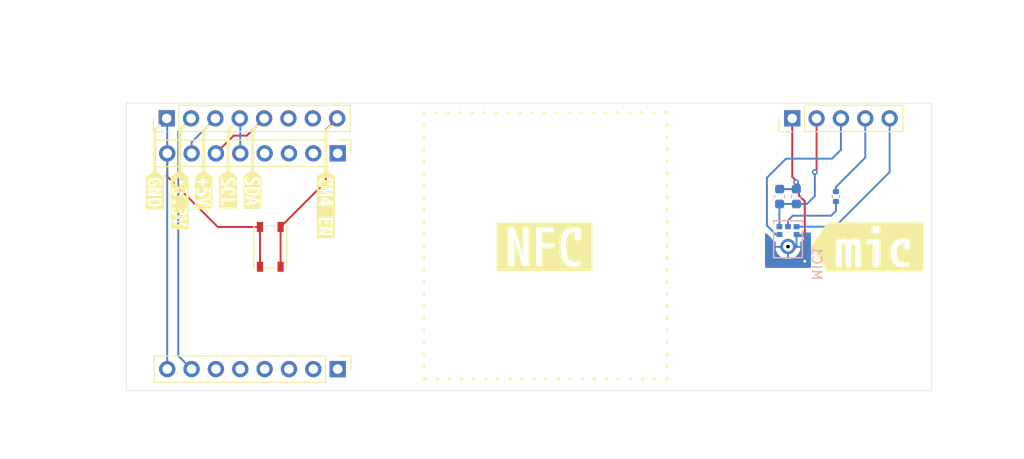
<source format=kicad_pcb>
(kicad_pcb (version 20241229) (generator "pcbnew") (generator_version "9.0")
  (layers (0 "F.Cu" signal) (2 "B.Cu" signal) (13 "F.Paste" user) (15 "B.Paste" user) (5 "F.SilkS" user "F.Silkscreen") (7 "B.SilkS" user "B.Silkscreen") (1 "F.Mask" user) (3 "B.Mask" user) (25 "Edge.Cuts" user))
  (net 0 "")
  (net 1 "+3.3V")
  (net 2 "/MIC_WS")
  (net 3 "/MIC_DATA")
  (net 4 "/MIC_CLK")
  (net 5 "GND")
  (net 6 "/CM4_EN")
  (net 8 "/SDA1")
  (net 11 "/SCL1")
  (net 13 "+5V")
  (net 22 "Net-(MIC1-DATA_OUT)")
  (footprint "kibuzzard-68AEE235" (layer "F.Cu") (at 78.05 69.05 -90)
    (property "Reference" "kibuzzard-68AEE235" (hide yes))
    (property "Value" "G***" (hide yes))
    (fp_poly (pts (xy -1.256621 -0.931507) (xy -1.427854 -0.931507) (xy -2.048858 0) (xy -1.427854 0.931507) (xy -1.256621 0.931507) (xy -0.703881 0.931507) (xy -0.703881 0.636986) (xy -0.923744 0.636986) (xy -0.923744 0.205479) (xy -1.256621 0.205479) (xy -1.256621 0.034932) (xy -0.923744 0.034932) (xy -0.923744 -0.390411) (xy -0.703881 -0.390411) (xy -0.703881 0.034932) (xy -0.373059 0.034932) (xy -0.373059 0.205479) (xy -0.703881 0.205479) (xy -0.703881 0.636986) (xy -0.703881 0.931507) (xy 0.150913 0.931507) (xy 0.150913 0.760274) (xy -0.001655 0.744863) (xy -0.142922 0.69863) (xy -0.142922 0.503425) (xy -0.002683 0.561986) (xy 0.134475 0.581507) (xy 0.239269 0.563784) (xy 0.311187 0.510616) (xy 0.352797 0.413271) (xy 0.366667 0.263014) (xy 0.356906 0.120462) (xy 0.327626 0.025685) (xy 0.206393 -0.045205) (xy 0.127797 -0.024658) (xy 0.056393 0.036986) (xy -0.132648 0.036986) (xy -0.1121 -0.760274) (xy 0.555708 -0.760274) (xy 0.555708 -0.583562) (xy 0.097489 -0.583562) (xy 0.083105 -0.168493) (xy 0.087215 -0.168493) (xy 0.170434 -0.207021) (xy 0.268037 -0.219863) (xy 0.386393 -0.200548) (xy 0.478447 -0.142603) (xy 0.544201 -0.046027) (xy 0.583653 0.089178) (xy 0.596804 0.263014) (xy 0.584932 0.424201) (xy 0.549315 0.551598) (xy 0.489954 0.645205) (xy 0.404795 0.709132) (xy 0.291781 0.747489) (xy 0.150913 0.760274) (xy 0.150913 0.931507) (xy 1.371461 0.931507) (xy 1.371461 0.739726) (xy 1.104338 0.739726) (xy 0.771461 -0.760274) (xy 1.007763 -0.760274) (xy 1.242009 0.534247) (xy 1.244064 0.534247) (xy 1.478311 -0.760274) (xy 1.706393 -0.760274) (xy 1.371461 0.739726) (xy 1.371461 0.931507) (xy 1.706393 0.931507) (xy 2.048858 0.931507) (xy 2.048858 -0.931507) (xy 1.706393 -0.931507) (xy -1.256621 -0.931507)) (fill yes) (layer "F.SilkS"))
  )
  (footprint "kibuzzard-68ADC165" (layer "F.Cu") (at 147.25 75)
    (property "Reference" "kibuzzard-68ADC165" (hide yes))
    (property "Value" "G***" (hide yes))
    (fp_poly (pts (xy -4.14414 -2.56621) (xy -4.144597 -2.56621) (xy -5.855403 0) (xy -4.144597 2.56621) (xy -4.14414 2.56621) (xy -0.693227 2.56621) (xy -0.693227 2.054795) (xy -1.246651 2.054795) (xy -1.246651 -0.136986) (xy -1.290487 -0.345205) (xy -1.443912 -0.4) (xy -1.668569 -0.323288) (xy -1.668569 2.054795) (xy -2.216514 2.054795) (xy -2.216514 -0.136986) (xy -2.26035 -0.342466) (xy -2.419254 -0.4) (xy -2.638432 -0.323288) (xy -2.638432 2.054795) (xy -3.213775 2.054795) (xy -3.213775 -0.641096) (xy -2.850761 -0.79726) (xy -2.441172 -0.849315) (xy -2.16309 -0.815068) (xy -1.953501 -0.712329) (xy -1.697336 -0.815068) (xy -1.411035 -0.849315) (xy -1.061035 -0.810274) (xy -0.843912 -0.693151) (xy -0.730898 -0.462329) (xy -0.693227 -0.082192) (xy -0.693227 2.054795) (xy -0.693227 2.56621) (xy 1.279376 2.56621) (xy 1.279376 2.054795) (xy 0.665677 2.054795) (xy 0.665677 -0.350685) (xy -0.06309 -0.350685) (xy -0.06309 -0.794521) (xy 0.556088 -0.794521) (xy 0.556088 -1.424658) (xy 0.556088 -2.109589) (xy 1.279376 -2.109589) (xy 1.279376 -1.424658) (xy 0.556088 -1.424658) (xy 0.556088 -0.794521) (xy 1.279376 -0.794521) (xy 1.279376 2.054795) (xy 1.279376 2.56621) (xy 3.767047 2.56621) (xy 3.767047 2.109589) (xy 3.385312 2.068189) (xy 3.065677 1.943988) (xy 2.808143 1.736986) (xy 2.619406 1.448402) (xy 2.506164 1.079452) (xy 2.468417 0.630137) (xy 2.494696 0.237629) (xy 2.573533 -0.094493) (xy 2.704928 -0.366229) (xy 2.888881 -0.577579) (xy 3.125392 -0.728543) (xy 3.414461 -0.819122) (xy 3.756088 -0.849315) (xy 4.131431 -0.821918) (xy 4.468417 -0.739726) (xy 4.468417 0.246575) (xy 3.893075 0.246575) (xy 3.893075 -0.383562) (xy 3.745129 -0.4) (xy 3.467047 -0.334932) (xy 3.257458 -0.139726) (xy 3.125951 0.182877) (xy 3.082116 0.630137) (xy 3.132801 1.090411) (xy 3.284855 1.419178) (xy 3.524581 1.616438) (xy 3.83828 1.682192) (xy 4.13417 1.642466) (xy 4.44102 1.523288) (xy 4.44102 1.972603) (xy 4.110883 2.075342) (xy 3.767047 2.109589) (xy 3.767047 2.56621) (xy 5.398782 2.56621) (xy 5.855403 2.56621) (xy 5.855403 -2.56621) (xy 5.398782 -2.56621) (xy -4.14414 -2.56621)) (fill yes) (layer "F.SilkS"))
  )
  (footprint "Connector_PinHeader_2.54mm:PinHeader_1x08_P2.54mm_Vertical" (layer "F.Cu") (at 74.195 61.6 90)
    (property "Reference" "J4" (hide yes))
    (property "Value" "NFC, button" (hide yes))
    (fp_line (start -1.38 -1.38) (end 0 -1.38) (stroke (width 0.12)) (layer "F.SilkS"))
    (fp_line (start -1.38 0) (end -1.38 -1.38) (stroke (width 0.12)) (layer "F.SilkS"))
    (fp_line (start 1.38 1.27) (end 1.38 19.16) (stroke (width 0.12)) (layer "F.SilkS"))
    (fp_line (start -1.38 1.27) (end 1.38 1.27) (stroke (width 0.12)) (layer "F.SilkS"))
    (fp_line (start -1.38 1.27) (end -1.38 19.16) (stroke (width 0.12)) (layer "F.SilkS"))
    (fp_line (start -1.38 19.16) (end 1.38 19.16) (stroke (width 0.12)) (layer "F.SilkS"))
    (pad "1" thru_hole rect (at 0 0 90) (size 1.7 1.7) (drill 1) (layers "*.Cu" "*.Mask") (net 5 "GND"))
    (pad "2" thru_hole circle (at 0 2.54 90) (size 1.7 1.7) (drill 1) (layers "*.Cu" "*.Mask") (net 1 "+3.3V"))
    (pad "3" thru_hole circle (at 0 5.08 90) (size 1.7 1.7) (drill 1) (layers "*.Cu" "*.Mask") (net 13 "+5V"))
    (pad "4" thru_hole circle (at 0 7.62 90) (size 1.7 1.7) (drill 1) (layers "*.Cu" "*.Mask") (net 11 "/SCL1"))
    (pad "5" thru_hole circle (at 0 10.16 90) (size 1.7 1.7) (drill 1) (layers "*.Cu" "*.Mask") (net 8 "/SDA1"))
    (pad "6" thru_hole circle (at 0 12.7 90) (size 1.7 1.7) (drill 1) (layers "*.Cu" "*.Mask"))
    (pad "7" thru_hole circle (at 0 15.24 90) (size 1.7 1.7) (drill 1) (layers "*.Cu" "*.Mask"))
    (pad "8" thru_hole circle (at 0 17.78 90) (size 1.7 1.7) (drill 1) (layers "*.Cu" "*.Mask") (net 6 "/CM4_EN"))
  )
  (footprint "kibuzzard-68AEE2D0" (layer "F.Cu") (at 83.15 69 -90)
    (property "Reference" "kibuzzard-68AEE2D0" (hide yes))
    (property "Value" "G***" (hide yes))
    (fp_poly (pts (xy 1.06153 0.180822) (xy 1.343037 0.180822) (xy 1.203311 -0.523973) (xy 1.201256 -0.523973) (xy 1.06153 0.180822)) (fill yes) (layer "F.SilkS"))
    (fp_poly (pts (xy 0.095776 -0.591781) (xy 0.003311 -0.573288) (xy 0.003311 0.575342) (xy 0.095776 0.593836) (xy 0.239355 0.560959) (xy 0.337215 0.462329) (xy 0.378881 0.350228) (xy 0.403881 0.189269) (xy 0.412215 -0.020548) (xy 0.403767 -0.210502) (xy 0.378425 -0.358447) (xy 0.336187 -0.464384) (xy 0.238071 -0.559932) (xy 0.095776 -0.591781)) (fill yes) (layer "F.SilkS"))
    (fp_poly (pts (xy -1.237785 -0.941781) (xy -1.409018 -0.941781) (xy -2.036872 0) (xy -1.409018 0.941781) (xy -1.237785 0.941781) (xy -0.878196 0.941781) (xy -0.878196 0.770548) (xy -1.005594 0.759589) (xy -1.122032 0.726712) (xy -1.227511 0.671918) (xy -1.227511 0.458219) (xy -1.119064 0.53242) (xy -1.00468 0.576941) (xy -0.884361 0.591781) (xy -0.792922 0.577654) (xy -0.724087 0.535274) (xy -0.680936 0.465668) (xy -0.666553 0.369863) (xy -0.677597 0.278425) (xy -0.710731 0.205479) (xy -0.769549 0.145377) (xy -0.857648 0.092466) (xy -0.983562 0.026712) (xy -1.081849 -0.041781) (xy -1.152511 -0.113014) (xy -1.216467 -0.234247) (xy -1.237785 -0.380137) (xy -1.210816 -0.544521) (xy -1.129909 -0.667808) (xy -1.047831 -0.724886) (xy -0.945434 -0.759132) (xy -0.822717 -0.770548) (xy -0.703082 -0.763699) (xy -0.588014 -0.743151) (xy -0.477511 -0.708904) (xy -0.477511 -0.503425) (xy -0.636244 -0.569692) (xy -0.796005 -0.591781) (xy -0.885902 -0.578425) (xy -0.954224 -0.538356) (xy -0.997374 -0.474658) (xy -1.011758 -0.390411) (xy -0.993493 -0.286073) (xy -0.938699 -0.203196) (xy -0.847374 -0.141781) (xy -0.70742 -0.071233) (xy -0.599886 0.000685) (xy -0.524772 0.073973) (xy -0.458505 0.200856) (xy -0.436416 0.359589) (xy -0.454087 0.507534) (xy -0.5071 0.622603) (xy -0.595457 0.704795) (xy -0.719155 0.75411) (xy -0.878196 0.770548) (xy -0.878196 0.941781) (xy 0.095776 0.941781) (xy 0.095776 0.770548) (xy -0.072203 0.760274) (xy -0.226826 0.729452) (xy -0.226826 -0.729452) (xy -0.066039 -0.760274) (xy 0.095776 -0.770548) (xy 0.269635 -0.751941) (xy 0.407648 -0.696119) (xy 0.509817 -0.603082) (xy 0.565104 -0.503874) (xy 0.604595 -0.373716) (xy 0.628289 -0.212607) (xy 0.636187 -0.020548) (xy 0.629452 0.165525) (xy 0.609247 0.323744) (xy 0.575571 0.45411) (xy 0.501341 0.602825) (xy 0.399886 0.699658) (xy 0.266324 0.752825) (xy 0.095776 0.770548) (xy 0.095776 0.941781) (xy 0.718379 0.941781) (xy 0.718379 0.75) (xy 1.071804 -0.75) (xy 1.338927 -0.75) (xy 1.694406 0.75) (xy 1.45605 0.75) (xy 1.377968 0.355479) (xy 1.026598 0.355479) (xy 0.948516 0.75) (xy 0.718379 0.75) (xy 0.718379 0.941781) (xy 1.694406 0.941781) (xy 2.036872 0.941781) (xy 2.036872 -0.941781) (xy 1.694406 -0.941781) (xy -1.237785 -0.941781)) (fill yes) (layer "F.SilkS"))
  )
  (footprint "Connector_PinHeader_2.54mm:PinHeader_1x05_P2.54mm_Vertical" (layer "F.Cu") (at 139.44 61.6 90)
    (property "Reference" "J3" (hide yes))
    (property "Value" "Mic" (hide yes))
    (fp_line (start -1.38 -1.38) (end 0 -1.38) (stroke (width 0.12)) (layer "F.SilkS"))
    (fp_line (start -1.38 0) (end -1.38 -1.38) (stroke (width 0.12)) (layer "F.SilkS"))
    (fp_line (start 1.38 1.27) (end 1.38 11.54) (stroke (width 0.12)) (layer "F.SilkS"))
    (fp_line (start -1.38 1.27) (end 1.38 1.27) (stroke (width 0.12)) (layer "F.SilkS"))
    (fp_line (start -1.38 1.27) (end -1.38 11.54) (stroke (width 0.12)) (layer "F.SilkS"))
    (fp_line (start -1.38 11.54) (end 1.38 11.54) (stroke (width 0.12)) (layer "F.SilkS"))
    (pad "1" thru_hole rect (at 0 0 90) (size 1.7 1.7) (drill 1) (layers "*.Cu" "*.Mask") (net 5 "GND"))
    (pad "2" thru_hole circle (at 0 2.54 90) (size 1.7 1.7) (drill 1) (layers "*.Cu" "*.Mask") (net 1 "+3.3V"))
    (pad "3" thru_hole circle (at 0 5.08 90) (size 1.7 1.7) (drill 1) (layers "*.Cu" "*.Mask") (net 4 "/MIC_CLK"))
    (pad "4" thru_hole circle (at 0 7.62 90) (size 1.7 1.7) (drill 1) (layers "*.Cu" "*.Mask") (net 3 "/MIC_DATA"))
    (pad "5" thru_hole circle (at 0 10.16 90) (size 1.7 1.7) (drill 1) (layers "*.Cu" "*.Mask") (net 2 "/MIC_WS"))
  )
  (footprint "kibuzzard-68AEE2C2" (layer "F.Cu") (at 80.6 69 -90)
    (property "Reference" "kibuzzard-68AEE2C2" (hide yes))
    (property "Value" "G***" (hide yes))
    (fp_poly (pts (xy -1.189498 -0.941781) (xy -1.360731 -0.941781) (xy -1.988584 0) (xy -1.360731 0.941781) (xy -1.189498 0.941781) (xy -0.829909 0.941781) (xy -0.829909 0.770548) (xy -0.957306 0.759589) (xy -1.073744 0.726712) (xy -1.179224 0.671918) (xy -1.179224 0.458219) (xy -1.070776 0.53242) (xy -0.956393 0.576941) (xy -0.836073 0.591781) (xy -0.744635 0.577654) (xy -0.675799 0.535274) (xy -0.632648 0.465668) (xy -0.618265 0.369863) (xy -0.629309 0.278425) (xy -0.662443 0.205479) (xy -0.721261 0.145377) (xy -0.809361 0.092466) (xy -0.935274 0.026712) (xy -1.033562 -0.041781) (xy -1.104224 -0.113014) (xy -1.168179 -0.234247) (xy -1.189498 -0.380137) (xy -1.162529 -0.544521) (xy -1.081621 -0.667808) (xy -0.999543 -0.724886) (xy -0.897146 -0.759132) (xy -0.774429 -0.770548) (xy -0.654795 -0.763699) (xy -0.539726 -0.743151) (xy -0.429224 -0.708904) (xy -0.429224 -0.503425) (xy -0.587957 -0.569692) (xy -0.747717 -0.591781) (xy -0.837614 -0.578425) (xy -0.905936 -0.538356) (xy -0.949087 -0.474658) (xy -0.96347 -0.390411) (xy -0.945205 -0.286073) (xy -0.890411 -0.203196) (xy -0.799087 -0.141781) (xy -0.659132 -0.071233) (xy -0.551598 0.000685) (xy -0.476484 0.073973) (xy -0.410217 0.200856) (xy -0.388128 0.359589) (xy -0.405799 0.507534) (xy -0.458813 0.622603) (xy -0.547169 0.704795) (xy -0.670868 0.75411) (xy -0.829909 0.770548) (xy -0.829909 0.941781) (xy 0.326941 0.941781) (xy 0.326941 0.770548) (xy 0.205098 0.758187) (xy 0.099501 0.721104) (xy 0.010149 0.6593) (xy -0.062957 0.572774) (xy -0.119817 0.461526) (xy -0.160431 0.325557) (xy -0.1848 0.164865) (xy -0.192922 -0.020548) (xy -0.184896 -0.196329) (xy -0.160816 -0.348673) (xy -0.120684 -0.477579) (xy -0.064498 -0.583048) (xy 0.007741 -0.665079) (xy 0.096033 -0.723673) (xy 0.200378 -0.758829) (xy 0.320776 -0.770548) (xy 0.46718 -0.759247) (xy 0.598174 -0.725342) (xy 0.598174 -0.260959) (xy 0.378311 -0.260959) (xy 0.378311 -0.581507) (xy 0.33105 -0.589726) (xy 0.240011 -0.573916) (xy 0.165525 -0.526484) (xy 0.107591 -0.447432) (xy 0.06621 -0.336758) (xy 0.041381 -0.194463) (xy 0.033105 -0.020548) (xy 0.042237 0.16718) (xy 0.069635 0.320776) (xy 0.115297 0.44024) (xy 0.179224 0.525571) (xy 0.261416 0.576769) (xy 0.361872 0.593836) (xy 0.470776 0.577911) (xy 0.5879 0.530137) (xy 0.5879 0.719178) (xy 0.464098 0.757705) (xy 0.326941 0.770548) (xy 0.326941 0.941781) (xy 1.646119 0.941781) (xy 1.646119 0.75) (xy 0.937215 0.75) (xy 0.937215 -0.75) (xy 1.167352 -0.75) (xy 1.167352 0.571233) (xy 1.646119 0.571233) (xy 1.646119 0.75) (xy 1.646119 0.941781) (xy 1.988584 0.941781) (xy 1.988584 -0.941781) (xy 1.646119 -0.941781) (xy -1.189498 -0.941781)) (fill yes) (layer "F.SilkS"))
  )
  (footprint "Connector_PinHeader_2.54mm:PinHeader_1x08_P2.54mm_Vertical" (layer "F.Cu") (at 92.03 87.75 -90)
    (property "Reference" "J2" (hide yes))
    (property "Value" "Right, 3v" (hide yes))
    (fp_line (start -1.38 19.16) (end 1.38 19.16) (stroke (width 0.12)) (layer "F.SilkS"))
    (fp_line (start -1.38 1.27) (end -1.38 19.16) (stroke (width 0.12)) (layer "F.SilkS"))
    (fp_line (start -1.38 1.27) (end 1.38 1.27) (stroke (width 0.12)) (layer "F.SilkS"))
    (fp_line (start 1.38 1.27) (end 1.38 19.16) (stroke (width 0.12)) (layer "F.SilkS"))
    (fp_line (start -1.38 0) (end -1.38 -1.38) (stroke (width 0.12)) (layer "F.SilkS"))
    (fp_line (start -1.38 -1.38) (end 0 -1.38) (stroke (width 0.12)) (layer "F.SilkS"))
    (pad "1" thru_hole rect (at 0 0 270) (size 1.7 1.7) (drill 1) (layers "*.Cu" "*.Mask"))
    (pad "2" thru_hole circle (at 0 2.54 270) (size 1.7 1.7) (drill 1) (layers "*.Cu" "*.Mask"))
    (pad "3" thru_hole circle (at 0 5.08 270) (size 1.7 1.7) (drill 1) (layers "*.Cu" "*.Mask"))
    (pad "4" thru_hole circle (at 0 7.62 270) (size 1.7 1.7) (drill 1) (layers "*.Cu" "*.Mask"))
    (pad "5" thru_hole circle (at 0 10.16 270) (size 1.7 1.7) (drill 1) (layers "*.Cu" "*.Mask"))
    (pad "6" thru_hole circle (at 0 12.7 270) (size 1.7 1.7) (drill 1) (layers "*.Cu" "*.Mask"))
    (pad "7" thru_hole circle (at 0 15.24 270) (size 1.7 1.7) (drill 1) (layers "*.Cu" "*.Mask") (net 1 "+3.3V"))
    (pad "8" thru_hole circle (at 0 17.78 270) (size 1.7 1.7) (drill 1) (layers "*.Cu" "*.Mask") (net 5 "GND"))
  )
  (footprint "kibuzzard-68AEE211" (layer "F.Cu") (at 72.969178 69.071804 -90)
    (property "Reference" "kibuzzard-68AEE211" (hide yes))
    (property "Value" "G***" (hide yes))
    (fp_poly (pts (xy 1.164269 -0.591781) (xy 1.071804 -0.573288) (xy 1.071804 0.575342) (xy 1.164269 0.593836) (xy 1.307848 0.560959) (xy 1.405708 0.462329) (xy 1.447374 0.350228) (xy 1.472374 0.189269) (xy 1.480708 -0.020548) (xy 1.47226 -0.210502) (xy 1.446918 -0.358447) (xy 1.40468 -0.464384) (xy 1.306564 -0.559932) (xy 1.164269 -0.591781)) (fill yes) (layer "F.SilkS"))
    (fp_poly (pts (xy -1.248059 -0.941781) (xy -1.419292 -0.941781) (xy -2.047146 0) (xy -1.419292 0.941781) (xy -1.248059 0.941781) (xy -0.734361 0.941781) (xy -0.734361 0.770548) (xy -0.854759 0.758348) (xy -0.959104 0.721747) (xy -1.047396 0.660745) (xy -1.119635 0.575342) (xy -1.17582 0.465539) (xy -1.215953 0.331336) (xy -1.240033 0.172731) (xy -1.248059 -0.010274) (xy -1.239391 -0.194307) (xy -1.213385 -0.351884) (xy -1.170041 -0.483005) (xy -1.109361 -0.587671) (xy -1.001484 -0.689269) (xy -0.862785 -0.750228) (xy -0.693265 -0.770548) (xy -0.562272 -0.759247) (xy -0.436416 -0.725342) (xy -0.436416 -0.540411) (xy -0.567409 -0.577397) (xy -0.693265 -0.589726) (xy -0.839669 -0.557106) (xy -0.941895 -0.459247) (xy -0.986416 -0.35137) (xy -1.013128 -0.201712) (xy -1.022032 -0.010274) (xy -1.013584 0.185616) (xy -0.988242 0.340411) (xy -0.946005 0.45411) (xy -0.853539 0.558904) (xy -0.728196 0.593836) (xy -0.604909 0.569178) (xy -0.604909 0.030822) (xy -0.863813 0.030822) (xy -0.863813 -0.143836) (xy -0.385046 -0.143836) (xy -0.385046 0.69863) (xy -0.495091 0.738584) (xy -0.61153 0.762557) (xy -0.734361 0.770548) (xy -0.734361 0.941781) (xy -0.169292 0.941781) (xy -0.169292 0.75) (xy -0.169292 -0.75) (xy 0.069064 -0.75) (xy 0.389612 0.339041) (xy 0.395776 0.339041) (xy 0.395776 -0.75) (xy 0.61153 -0.75) (xy 0.61153 0.75) (xy 0.381393 0.75) (xy 0.060845 -0.339041) (xy 0.056735 -0.339041) (xy 0.056735 0.75) (xy -0.169292 0.75) (xy -0.169292 0.941781) (xy 1.164269 0.941781) (xy 1.164269 0.770548) (xy 0.99629 0.760274) (xy 0.841667 0.729452) (xy 0.841667 -0.729452) (xy 1.002454 -0.760274) (xy 1.164269 -0.770548) (xy 1.338128 -0.751941) (xy 1.476142 -0.696119) (xy 1.578311 -0.603082) (xy 1.633597 -0.503874) (xy 1.673088 -0.373716) (xy 1.696782 -0.212607) (xy 1.70468 -0.020548) (xy 1.697945 0.165525) (xy 1.67774 0.323744) (xy 1.644064 0.45411) (xy 1.569834 0.602825) (xy 1.468379 0.699658) (xy 1.334817 0.752825) (xy 1.164269 0.770548) (xy 1.164269 0.941781) (xy 1.70468 0.941781) (xy 2.047146 0.941781) (xy 2.047146 -0.941781) (xy 1.70468 -0.941781) (xy -1.248059 -0.941781)) (fill yes) (layer "F.SilkS"))
  )
  (footprint "Connector_PinHeader_2.54mm:PinHeader_1x08_P2.54mm_Vertical" (layer "F.Cu") (at 92.03 65.25 -90)
    (property "Reference" "J1" (hide yes))
    (property "Value" "Left, i2c" (hide yes))
    (fp_line (start -1.38 19.16) (end 1.38 19.16) (stroke (width 0.12)) (layer "F.SilkS"))
    (fp_line (start -1.38 1.27) (end -1.38 19.16) (stroke (width 0.12)) (layer "F.SilkS"))
    (fp_line (start -1.38 1.27) (end 1.38 1.27) (stroke (width 0.12)) (layer "F.SilkS"))
    (fp_line (start 1.38 1.27) (end 1.38 19.16) (stroke (width 0.12)) (layer "F.SilkS"))
    (fp_line (start -1.38 0) (end -1.38 -1.38) (stroke (width 0.12)) (layer "F.SilkS"))
    (fp_line (start -1.38 -1.38) (end 0 -1.38) (stroke (width 0.12)) (layer "F.SilkS"))
    (pad "1" thru_hole rect (at 0 0 270) (size 1.7 1.7) (drill 1) (layers "*.Cu" "*.Mask"))
    (pad "2" thru_hole circle (at 0 2.54 270) (size 1.7 1.7) (drill 1) (layers "*.Cu" "*.Mask"))
    (pad "3" thru_hole circle (at 0 5.08 270) (size 1.7 1.7) (drill 1) (layers "*.Cu" "*.Mask"))
    (pad "4" thru_hole circle (at 0 7.62 270) (size 1.7 1.7) (drill 1) (layers "*.Cu" "*.Mask"))
    (pad "5" thru_hole circle (at 0 10.16 270) (size 1.7 1.7) (drill 1) (layers "*.Cu" "*.Mask") (net 11 "/SCL1"))
    (pad "6" thru_hole circle (at 0 12.7 270) (size 1.7 1.7) (drill 1) (layers "*.Cu" "*.Mask") (net 8 "/SDA1"))
    (pad "7" thru_hole circle (at 0 15.24 270) (size 1.7 1.7) (drill 1) (layers "*.Cu" "*.Mask") (net 13 "+5V"))
    (pad "8" thru_hole circle (at 0 17.78 270) (size 1.7 1.7) (drill 1) (layers "*.Cu" "*.Mask") (net 5 "GND"))
  )
  (footprint "kibuzzard-68AEE21F" (layer "F.Cu") (at 75.55 70.1 -90)
    (property "Reference" "kibuzzard-68AEE21F" (hide yes))
    (property "Value" "G***" (hide yes))
    (fp_poly (pts (xy -2.280594 -0.941781) (xy -2.451826 -0.941781) (xy -3.07968 0) (xy -2.451826 0.941781) (xy -2.280594 0.941781) (xy -1.727854 0.941781) (xy -1.727854 0.64726) (xy -1.947717 0.64726) (xy -1.947717 0.215753) (xy -2.280594 0.215753) (xy -2.280594 0.045205) (xy -1.947717 0.045205) (xy -1.947717 -0.380137) (xy -1.727854 -0.380137) (xy -1.727854 0.045205) (xy -1.397032 0.045205) (xy -1.397032 0.215753) (xy -1.727854 0.215753) (xy -1.727854 0.64726) (xy -1.727854 0.941781) (xy -0.879224 0.941781) (xy -0.879224 0.770548) (xy -1.046689 0.75411) (xy -1.207991 0.704795) (xy -1.207991 0.507534) (xy -1.058505 0.570719) (xy -0.905936 0.591781) (xy -0.792666 0.574058) (xy -0.711758 0.52089) (xy -0.663213 0.432277) (xy -0.647032 0.308219) (xy -0.665525 0.186216) (xy -0.721005 0.103767) (xy -0.821689 0.056764) (xy -0.975799 0.041096) (xy -1.016895 0.041096) (xy -1.016895 -0.139726) (xy -0.975799 -0.139726) (xy -0.832477 -0.155137) (xy -0.735388 -0.20137) (xy -0.679909 -0.280993) (xy -0.661416 -0.396575) (xy -0.68516 -0.506164) (xy -0.756393 -0.571918) (xy -0.875114 -0.593836) (xy -1.019977 -0.57226) (xy -1.179224 -0.507534) (xy -1.179224 -0.69863) (xy -1.060502 -0.738584) (xy -0.945434 -0.762557) (xy -0.834018 -0.770548) (xy -0.665011 -0.747688) (xy -0.540183 -0.67911) (xy -0.463128 -0.569949) (xy -0.437443 -0.425342) (xy -0.452854 -0.293707) (xy -0.499087 -0.188527) (xy -0.576142 -0.109803) (xy -0.684018 -0.057534) (xy -0.684018 -0.055479) (xy -0.567152 -0.012842) (xy -0.483676 0.063699) (xy -0.43359 0.174144) (xy -0.416895 0.318493) (xy -0.429737 0.456621) (xy -0.468265 0.569635) (xy -0.532477 0.657534) (xy -0.622374 0.72032) (xy -0.737957 0.757991) (xy -0.879224 0.770548) (xy -0.879224 0.941781) (xy 0.055708 0.941781) (xy 0.055708 0.75) (xy 0.055708 0.400685) (xy 0.384475 0.400685) (xy 0.384475 0.75) (xy 0.055708 0.75) (xy 0.055708 0.941781) (xy 1.175571 0.941781) (xy 1.175571 0.770548) (xy 1.008105 0.75411) (xy 0.846804 0.704795) (xy 0.846804 0.507534) (xy 0.99629 0.570719) (xy 1.148858 0.591781) (xy 1.262129 0.574058) (xy 1.343037 0.52089) (xy 1.391581 0.432277) (xy 1.407763 0.308219) (xy 1.389269 0.186216) (xy 1.33379 0.103767) (xy 1.233105 0.056764) (xy 1.078995 0.041096) (xy 1.0379 0.041096) (xy 1.0379 -0.139726) (xy 1.078995 -0.139726) (xy 1.222317 -0.155137) (xy 1.319406 -0.20137) (xy 1.374886 -0.280993) (xy 1.393379 -0.396575) (xy 1.369635 -0.506164) (xy 1.298402 -0.571918) (xy 1.17968 -0.593836) (xy 1.034817 -0.57226) (xy 0.875571 -0.507534) (xy 0.875571 -0.69863) (xy 0.994292 -0.738584) (xy 1.109361 -0.762557) (xy 1.220776 -0.770548) (xy 1.389783 -0.747688) (xy 1.514612 -0.67911) (xy 1.591667 -0.569949) (xy 1.617352 -0.425342) (xy 1.601941 -0.293707) (xy 1.555708 -0.188527) (xy 1.478653 -0.109803) (xy 1.370776 -0.057534) (xy 1.370776 -0.055479) (xy 1.487643 -0.012842) (xy 1.571119 0.063699) (xy 1.621204 0.174144) (xy 1.6379 0.318493) (xy 1.625057 0.456621) (xy 1.58653 0.569635) (xy 1.522317 0.657534) (xy 1.43242 0.72032) (xy 1.316838 0.757991) (xy 1.175571 0.770548) (xy 1.175571 0.941781) (xy 2.402283 0.941781) (xy 2.402283 0.75) (xy 2.13516 0.75) (xy 1.802283 -0.75) (xy 2.038584 -0.75) (xy 2.272831 0.544521) (xy 2.274886 0.544521) (xy 2.509132 -0.75) (xy 2.737215 -0.75) (xy 2.402283 0.75) (xy 2.402283 0.941781) (xy 2.737215 0.941781) (xy 3.07968 0.941781) (xy 3.07968 -0.941781) (xy 2.737215 -0.941781) (xy -2.280594 -0.941781)) (fill yes) (layer "F.SilkS"))
  )
  (footprint "kibuzzard-68ADC191" (layer "F.Cu") (at 113.6 75)
    (property "Reference" "kibuzzard-68ADC191" (hide yes))
    (property "Value" "G***" (hide yes))
    (fp_poly (pts (xy -4.543379 -2.511416) (xy -5 -2.511416) (xy -5 2.511416) (xy -4.543379 2.511416) (xy -3.753425 2.511416) (xy -3.753425 2) (xy -3.753425 -2) (xy -3.117808 -2) (xy -2.263014 0.90411) (xy -2.246575 0.90411) (xy -2.246575 -2) (xy -1.671233 -2) (xy -1.671233 2) (xy -2.284932 2) (xy -3.139726 -0.90411) (xy -3.150685 -0.90411) (xy -3.150685 2) (xy -3.753425 2) (xy -3.753425 2.511416) (xy -0.252055 2.511416) (xy -0.252055 2) (xy -0.865753 2) (xy -0.865753 -2) (xy 0.99726 -2) (xy 0.99726 -1.523288) (xy -0.252055 -1.523288) (xy -0.252055 -0.383562) (xy 0.942466 -0.383562) (xy 0.942466 0.082192) (xy -0.252055 0.082192) (xy -0.252055 2) (xy -0.252055 2.511416) (xy 3.030137 2.511416) (xy 3.030137 2.054795) (xy 2.705223 2.021832) (xy 2.42363 1.922945) (xy 2.18536 1.758134) (xy 1.990411 1.527397) (xy 1.838784 1.230736) (xy 1.730479 0.868151) (xy 1.665497 0.43964) (xy 1.643836 -0.054795) (xy 1.66524 -0.523545) (xy 1.729452 -0.929795) (xy 1.836473 -1.273545) (xy 1.986301 -1.554795) (xy 2.178938 -1.773545) (xy 2.414384 -1.929795) (xy 2.692637 -2.023545) (xy 3.013699 -2.054795) (xy 3.40411 -2.024658) (xy 3.753425 -1.934247) (xy 3.753425 -0.69589) (xy 3.167123 -0.69589) (xy 3.167123 -1.550685) (xy 3.041096 -1.572603) (xy 2.798326 -1.530441) (xy 2.599696 -1.403957) (xy 2.445205 -1.193151) (xy 2.334855 -0.898021) (xy 2.268645 -0.518569) (xy 2.246575 -0.054795) (xy 2.270928 0.445814) (xy 2.343988 0.855403) (xy 2.465753 1.173973) (xy 2.636225 1.401522) (xy 2.855403 1.538052) (xy 3.123288 1.583562) (xy 3.413699 1.541096) (xy 3.726027 1.413699) (xy 3.726027 1.917808) (xy 3.39589 2.020548) (xy 3.030137 2.054795) (xy 3.030137 2.511416) (xy 4.543379 2.511416) (xy 5 2.511416) (xy 5 -2.511416) (xy 4.543379 -2.511416) (xy -4.543379 -2.511416)) (fill yes) (layer "F.SilkS"))
  )
  (footprint "kibuzzard-68AEE2DF" (layer "F.Cu") (at 90.8 70.55 -90)
    (property "Reference" "kibuzzard-68AEE2DF" (hide yes))
    (property "Value" "G***" (hide yes))
    (fp_poly (pts (xy -0.212443 0.240411) (xy -0.212443 -0.431507) (xy -0.216553 -0.431507) (xy -0.54121 0.234247) (xy -0.54121 0.240411) (xy -0.212443 0.240411)) (fill yes) (layer "F.SilkS"))
    (fp_poly (pts (xy -2.746005 -0.941781) (xy -2.917237 -0.941781) (xy -3.545091 0) (xy -2.917237 0.941781) (xy -2.746005 0.941781) (xy -2.226142 0.941781) (xy -2.226142 0.770548) (xy -2.347984 0.758187) (xy -2.453582 0.721104) (xy -2.542933 0.6593) (xy -2.616039 0.572774) (xy -2.672899 0.461526) (xy -2.713513 0.325557) (xy -2.737882 0.164865) (xy -2.746005 -0.020548) (xy -2.737978 -0.196329) (xy -2.713898 -0.348673) (xy -2.673766 -0.477579) (xy -2.61758 -0.583048) (xy -2.545341 -0.665079) (xy -2.457049 -0.723673) (xy -2.352704 -0.758829) (xy -2.232306 -0.770548) (xy -2.085902 -0.759247) (xy -1.954909 -0.725342) (xy -1.954909 -0.260959) (xy -2.174772 -0.260959) (xy -2.174772 -0.581507) (xy -2.222032 -0.589726) (xy -2.313071 -0.573916) (xy -2.387557 -0.526484) (xy -2.445491 -0.447432) (xy -2.486872 -0.336758) (xy -2.511701 -0.194463) (xy -2.519977 -0.020548) (xy -2.510845 0.16718) (xy -2.483447 0.320776) (xy -2.437785 0.44024) (xy -2.373858 0.525571) (xy -2.291667 0.576769) (xy -2.19121 0.593836) (xy -2.082306 0.577911) (xy -1.965183 0.530137) (xy -1.965183 0.719178) (xy -2.088984 0.757705) (xy -2.226142 0.770548) (xy -2.226142 0.941781) (xy -1.564498 0.941781) (xy -1.564498 0.75) (xy -1.765868 0.75) (xy -1.687785 -0.75) (xy -1.418607 -0.75) (xy -1.293265 0.205479) (xy -1.289155 0.205479) (xy -1.165868 -0.75) (xy -0.906963 -0.75) (xy -0.830936 0.75) (xy -1.050799 0.75) (xy -1.081621 -0.523973) (xy -1.083676 -0.523973) (xy -1.211073 0.400685) (xy -1.406279 0.400685) (xy -1.523402 -0.523973) (xy -1.529566 -0.523973) (xy -1.564498 0.75) (xy -1.564498 0.941781) (xy 0.013584 0.941781) (xy 0.013584 0.75) (xy -0.212443 0.75) (xy -0.212443 0.417123) (xy -0.722032 0.417123) (xy -0.722032 0.240411) (xy -0.235046 -0.75) (xy 0.013584 -0.75) (xy 0.013584 0.240411) (xy 0.182078 0.240411) (xy 0.182078 0.417123) (xy 0.013584 0.417123) (xy 0.013584 0.75) (xy 0.013584 0.941781) (xy 2.148516 0.941781) (xy 2.148516 0.75) (xy 1.429338 0.75) (xy 1.429338 -0.75) (xy 2.148516 -0.75) (xy 2.148516 -0.571233) (xy 1.659475 -0.571233) (xy 1.659475 -0.143836) (xy 2.127968 -0.143836) (xy 2.127968 0.030822) (xy 1.659475 0.030822) (xy 1.659475 0.571233) (xy 2.148516 0.571233) (xy 2.148516 0.75) (xy 2.148516 0.941781) (xy 2.421804 0.941781) (xy 2.421804 0.75) (xy 2.421804 -0.75) (xy 2.66016 -0.75) (xy 2.980708 0.339041) (xy 2.986872 0.339041) (xy 2.986872 -0.75) (xy 3.202626 -0.75) (xy 3.202626 0.75) (xy 2.972489 0.75) (xy 2.651941 -0.339041) (xy 2.647831 -0.339041) (xy 2.647831 0.75) (xy 2.421804 0.75) (xy 2.421804 0.941781) (xy 3.202626 0.941781) (xy 3.545091 0.941781) (xy 3.545091 -0.941781) (xy 3.202626 -0.941781) (xy -2.746005 -0.941781)) (fill yes) (layer "F.SilkS"))
  )
  (footprint "Button_Switch_SMD:SW_SPST_PTS810" (layer "F.Cu") (at 85 75 90)
    (property "Reference" "SW1" (hide yes))
    (property "Value" "RST" (hide yes))
    (fp_line (start 2.2 -1.7) (end -2.2 -1.7) (stroke (width 0.12)) (layer "F.SilkS"))
    (fp_line (start -2.2 -1.7) (end -2.2 -1.58) (stroke (width 0.12)) (layer "F.SilkS"))
    (fp_line (start 2.2 -1.58) (end 2.2 -1.7) (stroke (width 0.12)) (layer "F.SilkS"))
    (fp_line (start -2.2 -0.57) (end -2.2 0.57) (stroke (width 0.12)) (layer "F.SilkS"))
    (fp_line (start 2.2 0.57) (end 2.2 -0.57) (stroke (width 0.12)) (layer "F.SilkS"))
    (fp_line (start -2.2 1.58) (end -2.2 1.7) (stroke (width 0.12)) (layer "F.SilkS"))
    (fp_line (start 2.2 1.7) (end 2.2 1.58) (stroke (width 0.12)) (layer "F.SilkS"))
    (fp_line (start -2.2 1.7) (end 2.2 1.7) (stroke (width 0.12)) (layer "F.SilkS"))
    (pad "1" smd rect (at -2.075 -1.075 90) (size 1.05 0.65) (layers "F.Cu" "F.Mask" "F.Paste") (net 5 "GND"))
    (pad "1" smd rect (at 2.075 -1.075 90) (size 1.05 0.65) (layers "F.Cu" "F.Mask" "F.Paste") (net 5 "GND"))
    (pad "2" smd rect (at -2.075 1.075 90) (size 1.05 0.65) (layers "F.Cu" "F.Mask" "F.Paste") (net 6 "/CM4_EN"))
    (pad "2" smd rect (at 2.075 1.075 90) (size 1.05 0.65) (layers "F.Cu" "F.Mask" "F.Paste") (net 6 "/CM4_EN"))
  )
  (footprint "footprints:SPH0645LM4H-B_KNO" (layer "B.Cu") (at 139 74.203 90)
    (property "Reference" "MIC1" (at -2.5 3 270) (layer "B.SilkS") (effects (justify mirror)))
    (property "Value" "SPH0645LM4H-B")
    (fp_line (start 1.9304 -1.4986) (end 1.9304 1.4986) (stroke (width 0.1524)) (layer "B.SilkS"))
    (fp_line (start 1.733407 -1.4986) (end 1.9304 -1.4986) (stroke (width 0.1524)) (layer "B.SilkS"))
    (fp_line (start -1.9304 -1.4986) (end 0.887613 -1.4986) (stroke (width 0.1524)) (layer "B.SilkS"))
    (fp_line (start 1.9304 1.4986) (end 1.733407 1.4986) (stroke (width 0.1524)) (layer "B.SilkS"))
    (fp_line (start 0.887613 1.4986) (end -1.9304 1.4986) (stroke (width 0.1524)) (layer "B.SilkS"))
    (fp_line (start -1.9304 1.4986) (end -1.9304 -1.4986) (stroke (width 0.1524)) (layer "B.SilkS"))
    (pad "" np_thru_hole circle (at -0.7634 0 90) (size 0.381 0.381) (drill 0.381) (layers))
    (pad "1" smd rect (at 1.31051 0.9 90) (size 0.5334 0.6096) (layers "B.Cu" "B.Mask" "B.Paste") (net 2 "/MIC_WS"))
    (pad "2" smd rect (at 0.4886 0.889 90) (size 0.5334 0.6096) (layers "B.Cu" "B.Mask" "B.Paste") (net 5 "GND"))
    (pad "3" smd custom (at -1.397 0 90) (size 0.127 0.127) (layers "B.Cu" "B.Mask" "B.Paste") (net 5 "GND") (options (clearance outline) (anchor rect)) (primitives (gr_poly (pts (xy 1.152319 0.045382) (xy 1.1543 0) (xy 1.128815 -0.160905) (xy 1.054855 -0.30606) (xy 0.93966 -0.421255) (xy 0.794505 -0.495215) (xy 0.6336 -0.5207) (xy 0.472695 -0.495215) (xy 0.32754 -0.421255) (xy 0.212345 -0.30606) (xy 0.138385 -0.160905) (xy 0.1129 0) (xy 0.114881 0.045382) (xy -0.176107 0.07084) (xy -0.1792 0) (xy -0.139419 -0.251169) (xy -0.023969 -0.477752) (xy 0.155848 -0.657569) (xy 0.382431 -0.773019) (xy 0.6336 -0.8128) (xy 0.884769 -0.773019) (xy 1.111352 -0.657569) (xy 1.291169 -0.477752) (xy 1.406619 -0.251169) (xy 1.4464 0) (xy 1.443307 0.07084)) (width 0) (fill yes)) (gr_poly (pts (xy 1.152319 -0.045382) (xy 1.1543 0) (xy 1.128815 0.160905) (xy 1.054855 0.30606) (xy 0.93966 0.421255) (xy 0.794505 0.495215) (xy 0.6336 0.5207) (xy 0.472695 0.495215) (xy 0.32754 0.421255) (xy 0.212345 0.30606) (xy 0.138385 0.160905) (xy 0.1129 0) (xy 0.114881 -0.045382) (xy -0.176107 -0.07084) (xy -0.1792 0) (xy -0.139419 0.251169) (xy -0.023969 0.477752) (xy 0.155848 0.657569) (xy 0.382431 0.773019) (xy 0.6336 0.8128) (xy 0.884769 0.773019) (xy 1.111352 0.657569) (xy 1.291169 0.477752) (xy 1.406619 0.251169) (xy 1.4464 0) (xy 1.443307 -0.07084)) (width 0) (fill yes))))
    (pad "4" smd rect (at 0.4886 -0.889 90) (size 0.5334 0.6096) (layers "B.Cu" "B.Mask" "B.Paste") (net 4 "/MIC_CLK"))
    (pad "5" smd rect (at 1.31051 -0.9 90) (size 0.5334 0.6096) (layers "B.Cu" "B.Mask" "B.Paste") (net 1 "+3.3V"))
    (pad "6" smd rect (at 1.31051 0 90) (size 0.5334 0.6096) (layers "B.Cu" "B.Mask" "B.Paste") (net 22 "Net-(MIC1-DATA_OUT)"))
  )
  (footprint "Capacitor_SMD:C_0603_1608Metric" (layer "B.Cu") (at 138.125 69.75 90)
    (property "Reference" "C2" (hide yes))
    (property "Value" "200pF" (hide yes))
    (fp_line (start -0.14058 -0.51) (end 0.14058 -0.51) (stroke (width 0.12)) (layer "B.SilkS"))
    (fp_line (start -0.14058 0.51) (end 0.14058 0.51) (stroke (width 0.12)) (layer "B.SilkS"))
    (pad "1" smd roundrect (at -0.775 0 90) (size 0.9 0.95) (layers "B.Cu" "B.Mask" "B.Paste") (net 1 "+3.3V"))
    (pad "2" smd roundrect (at 0.775 0 90) (size 0.9 0.95) (layers "B.Cu" "B.Mask" "B.Paste") (net 5 "GND"))
  )
  (footprint "Capacitor_SMD:C_0603_1608Metric" (layer "B.Cu") (at 139.875 69.75 90)
    (property "Reference" "C1" (hide yes))
    (property "Value" "1uF" (hide yes))
    (fp_line (start -0.14058 -0.51) (end 0.14058 -0.51) (stroke (width 0.12)) (layer "B.SilkS"))
    (fp_line (start -0.14058 0.51) (end 0.14058 0.51) (stroke (width 0.12)) (layer "B.SilkS"))
    (pad "1" smd roundrect (at -0.775 0 90) (size 0.9 0.95) (layers "B.Cu" "B.Mask" "B.Paste") (net 1 "+3.3V"))
    (pad "2" smd roundrect (at 0.775 0 90) (size 0.9 0.95) (layers "B.Cu" "B.Mask" "B.Paste") (net 5 "GND"))
  )
  (footprint "Resistor_SMD:R_0402_1005Metric" (layer "B.Cu") (at 144 69.75 -90)
    (property "Reference" "R1" (hide yes))
    (property "Value" "51" (hide yes))
    (fp_line (start -0.153641 0.38) (end 0.153641 0.38) (stroke (width 0.12)) (layer "B.SilkS"))
    (fp_line (start -0.153641 -0.38) (end 0.153641 -0.38) (stroke (width 0.12)) (layer "B.SilkS"))
    (pad "1" smd roundrect (at -0.51 0 270) (size 0.54 0.64) (layers "B.Cu" "B.Mask" "B.Paste") (net 3 "/MIC_DATA"))
    (pad "2" smd roundrect (at 0.51 0 270) (size 0.54 0.64) (layers "B.Cu" "B.Mask" "B.Paste") (net 22 "Net-(MIC1-DATA_OUT)"))
  )
  (gr_line (start 80.6 67.4) (end 80.6 62.9) (stroke (width 0.3)) (layer "F.SilkS"))
  (gr_line (start 78.05 62.9) (end 78.55 62.4) (stroke (width 0.3)) (layer "F.SilkS"))
  (gr_line (start 78.05 67.4) (end 78.05 62.9) (stroke (width 0.3)) (layer "F.SilkS"))
  (gr_line (start 72.95 67.35) (end 72.95 62.85) (stroke (width 0.3)) (layer "F.SilkS"))
  (gr_rect (start 101 61) (end 126.4 88.8) (stroke (width 0.3) (type dot)) (fill no) (layer "F.SilkS"))
  (gr_line (start 83.15 62.9) (end 83.65 62.4) (stroke (width 0.3)) (layer "F.SilkS"))
  (gr_line (start 90.8 62.9) (end 91.3 62.4) (stroke (width 0.3)) (layer "F.SilkS"))
  (gr_line (start 90.8 67.4) (end 90.8 62.9) (stroke (width 0.3)) (layer "F.SilkS"))
  (gr_line (start 75.55 62.85) (end 76.05 62.35) (stroke (width 0.3)) (layer "F.SilkS"))
  (gr_line (start 83.15 67.4) (end 83.15 62.9) (stroke (width 0.3)) (layer "F.SilkS"))
  (gr_line (start 75.55 67.35) (end 75.55 62.85) (stroke (width 0.3)) (layer "F.SilkS"))
  (gr_line (start 72.95 62.85) (end 73.45 62.35) (stroke (width 0.3)) (layer "F.SilkS"))
  (gr_line (start 80.6 62.9) (end 81.1 62.4) (stroke (width 0.3)) (layer "F.SilkS"))
  (gr_rect (start 70 60) (end 154 90) (stroke (width 0.05)) (fill no) (layer "Edge.Cuts"))
  (segment (start 141.8 67.2) (end 141.98 67.02) (width 0.2) (layer "F.Cu") (net 1))
  (segment (start 141.98 67.02) (end 141.98 61.6) (width 0.2) (layer "F.Cu") (net 1))
  (via (at 141.8 67.2) (size 0.6) (drill 0.3) (layers "F.Cu" "B.Cu") (net 1))
  (segment (start 75.4 62.935) (end 76.735 61.6) (width 0.2) (layer "B.Cu") (net 1))
  (segment (start 139.875 70.525) (end 140.975 70.525) (width 0.2) (layer "B.Cu") (net 1))
  (segment (start 138.1 72.89249) (end 138.1 70.55) (width 0.2) (layer "B.Cu") (net 1))
  (segment (start 141.8 69.7) (end 141.8 67.2) (width 0.2) (layer "B.Cu") (net 1))
  (segment (start 75.4 86.36) (end 75.4 62.935) (width 0.2) (layer "B.Cu") (net 1))
  (segment (start 138.1 70.55) (end 138.125 70.525) (width 0.2) (layer "B.Cu") (net 1))
  (segment (start 76.79 87.75) (end 75.4 86.36) (width 0.2) (layer "B.Cu") (net 1))
  (segment (start 138.125 70.525) (end 139.875 70.525) (width 0.2) (layer "B.Cu") (net 1))
  (segment (start 140.975 70.525) (end 141.8 69.7) (width 0.2) (layer "B.Cu") (net 1))
  (segment (start 149.6 67.2) (end 149.6 61.6) (width 0.2) (layer "B.Cu") (net 2))
  (segment (start 139.9 72.89249) (end 143.90751 72.89249) (width 0.2) (layer "B.Cu") (net 2))
  (segment (start 143.90751 72.89249) (end 149.6 67.2) (width 0.2) (layer "B.Cu") (net 2))
  (segment (start 147.06 64.75) (end 147.06 61.6) (width 0.2) (layer "B.Cu") (net 3))
  (segment (start 144 69.24) (end 144 68.75) (width 0.2) (layer "B.Cu") (net 3))
  (segment (start 147.06 65.69) (end 147.06 64.75) (width 0.2) (layer "B.Cu") (net 3))
  (segment (start 144 68.75) (end 147.06 65.69) (width 0.2) (layer "B.Cu") (net 3))
  (segment (start 136.8 67.8) (end 138.8 65.8) (width 0.2) (layer "B.Cu") (net 4))
  (segment (start 136.8 72.76599) (end 136.8 67.8) (width 0.2) (layer "B.Cu") (net 4))
  (segment (start 138.8 65.8) (end 143.6 65.8) (width 0.2) (layer "B.Cu") (net 4))
  (segment (start 143.6 65.8) (end 144.52 64.88) (width 0.2) (layer "B.Cu") (net 4))
  (segment (start 138.111 73.7144) (end 137.74841 73.7144) (width 0.2) (layer "B.Cu") (net 4))
  (segment (start 137.74841 73.7144) (end 136.8 72.76599) (width 0.2) (layer "B.Cu") (net 4))
  (segment (start 144.52 64.88) (end 144.52 61.6) (width 0.2) (layer "B.Cu") (net 4))
  (segment (start 140.5 70) (end 140.125 69.625) (width 0.2) (layer "F.Cu") (net 5))
  (segment (start 139.75 68) (end 139.44 67.69) (width 0.2) (layer "F.Cu") (net 5))
  (segment (start 140.75 76.5) (end 140.75 70.25) (width 0.2) (layer "F.Cu") (net 5))
  (segment (start 140.125 68.525) (end 139.85 68.25) (width 0.2) (layer "F.Cu") (net 5))
  (segment (start 140.75 70.25) (end 140.5 70) (width 0.2) (layer "F.Cu") (net 5))
  (segment (start 139.75 68.25) (end 139.75 68) (width 0.2) (layer "F.Cu") (net 5))
  (segment (start 83.925 72.925) (end 79.525 72.925) (width 0.2) (layer "F.Cu") (net 5))
  (segment (start 140.125 69.625) (end 140.125 68.525) (width 0.2) (layer "F.Cu") (net 5))
  (segment (start 139.44 67) (end 139.44 61.6) (width 0.2) (layer "F.Cu") (net 5))
  (segment (start 139.44 67.69) (end 139.44 67) (width 0.2) (layer "F.Cu") (net 5))
  (segment (start 83.925 72.925) (end 83.925 77.075) (width 0.2) (layer "F.Cu") (net 5))
  (segment (start 79.525 72.925) (end 74.2 67.6) (width 0.2) (layer "F.Cu") (net 5))
  (segment (start 74.2 67.6) (end 74.25 67.55) (width 0.2) (layer "F.Cu") (net 5))
  (segment (start 74.25 67.55) (end 74.25 65.25) (width 0.2) (layer "F.Cu") (net 5))
  (via (at 139.85 68.25) (size 0.6) (drill 0.3) (layers "F.Cu" "B.Cu") (net 5))
  (via (at 140.75 76.5) (size 0.6) (drill 0.3) (layers "F.Cu" "B.Cu") (net 5))
  (segment (start 138.125 68.975) (end 139.875 68.975) (width 0.2) (layer "B.Cu") (net 5))
  (segment (start 139.875 68.375) (end 139.75 68.25) (width 0.2) (layer "B.Cu") (net 5))
  (segment (start 139.889 73.7144) (end 139.889 75) (width 0.2) (layer "B.Cu") (net 5))
  (segment (start 139.85 68.25) (end 139.85 68.95) (width 0.2) (layer "B.Cu") (net 5))
  (segment (start 139.85 68.95) (end 139.875 68.975) (width 0.2) (layer "B.Cu") (net 5))
  (segment (start 74.25 65.25) (end 74.25 61.655) (width 0.2) (layer "B.Cu") (net 5))
  (segment (start 139.289 75.6) (end 139.889 75) (width 0.2) (layer "B.Cu") (net 5))
  (segment (start 139 75.6) (end 138.8 75.6) (width 0.2) (layer "B.Cu") (net 5))
  (segment (start 139 75.6) (end 139.289 75.6) (width 0.2) (layer "B.Cu") (net 5))
  (segment (start 139 75.6) (end 139 76.6) (width 0.2) (layer "B.Cu") (net 5))
  (segment (start 74.25 61.655) (end 74.195 61.6) (width 0.2) (layer "B.Cu") (net 5))
  (segment (start 138.8 75.6) (end 138.2 75) (width 0.2) (layer "B.Cu") (net 5))
  (segment (start 138.2 75) (end 137.4 75) (width 0.2) (layer "B.Cu") (net 5))
  (segment (start 74.25 65.25) (end 74.25 87.75) (width 0.2) (layer "B.Cu") (net 5))
  (segment (start 139.889 75) (end 140.6 75) (width 0.2) (layer "B.Cu") (net 5))
  (segment (start 86.075 72.925) (end 86.075 77.075) (width 0.2) (layer "F.Cu") (net 6))
  (segment (start 90.8 62.775) (end 91.975 61.6) (width 0.2) (layer "F.Cu") (net 6))
  (segment (start 86.075 72.925) (end 90.8 68.2) (width 0.2) (layer "F.Cu") (net 6))
  (segment (start 90.8 68.2) (end 90.8 62.775) (width 0.2) (layer "F.Cu") (net 6))
  (segment (start 79.33 65.25) (end 81.18 63.4) (width 0.2) (layer "F.Cu") (net 8))
  (segment (start 82.555 63.4) (end 84.355 61.6) (width 0.2) (layer "F.Cu") (net 8))
  (segment (start 81.18 63.4) (end 82.555 63.4) (width 0.2) (layer "F.Cu") (net 8))
  (segment (start 81.87 61.655) (end 81.815 61.6) (width 0.2) (layer "B.Cu") (net 11))
  (segment (start 81.87 65.25) (end 81.87 61.655) (width 0.2) (layer "B.Cu") (net 11))
  (segment (start 76.79 64.085) (end 76.79 65.25) (width 0.2) (layer "B.Cu") (net 13))
  (segment (start 79.275 61.6) (end 76.79 64.085) (width 0.2) (layer "B.Cu") (net 13))
  (segment (start 143.5 71.75) (end 144 71.25) (width 0.2) (layer "B.Cu") (net 22))
  (segment (start 139 72.89249) (end 139 72.25) (width 0.2) (layer "B.Cu") (net 22))
  (segment (start 139 72.25) (end 139.5 71.75) (width 0.2) (layer "B.Cu") (net 22))
  (segment (start 144 71.25) (end 144 70.26) (width 0.2) (layer "B.Cu") (net 22))
  (segment (start 139.5 71.75) (end 143.5 71.75) (width 0.2) (layer "B.Cu") (net 22))
  (zone (net 5) (net_name "GND") (layer "B.Cu") (priority 1) (connect_pads (clearance 0.5)) (min_thickness 0.25) (fill yes (mode hatch) (thermal_gap 0.5) (thermal_bridge_width 0.5) (hatch_thickness 0.5) (hatch_gap 1) (hatch_orientation 45) (hatch_border_algorithm hatch_thickness) (hatch_min_hole_area 0.3))
    (polygon (pts (xy 136.6 71.4) (xy 136.6 77.2) (xy 141.4 77.2) (xy 141.4 71.4)))
  )
)
</source>
